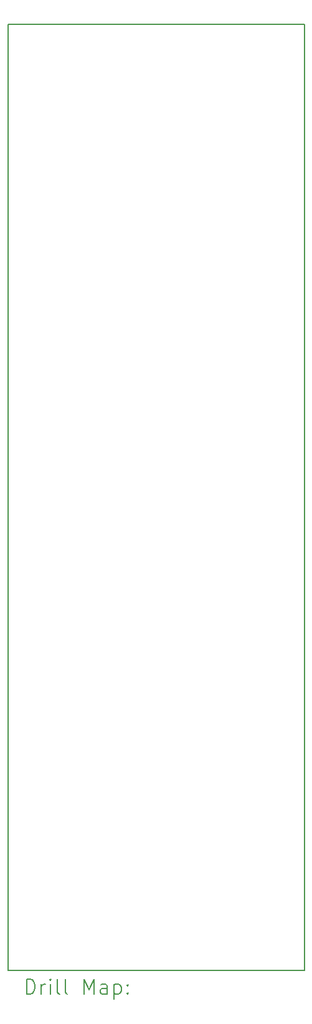
<source format=gbr>
%TF.GenerationSoftware,KiCad,Pcbnew,8.0.6*%
%TF.CreationDate,2024-11-05T14:35:55+11:00*%
%TF.ProjectId,Blank_3U8HP,426c616e-6b5f-4335-9538-48502e6b6963,rev?*%
%TF.SameCoordinates,Original*%
%TF.FileFunction,Drillmap*%
%TF.FilePolarity,Positive*%
%FSLAX45Y45*%
G04 Gerber Fmt 4.5, Leading zero omitted, Abs format (unit mm)*
G04 Created by KiCad (PCBNEW 8.0.6) date 2024-11-05 14:35:55*
%MOMM*%
%LPD*%
G01*
G04 APERTURE LIST*
%ADD10C,0.150000*%
%ADD11C,0.200000*%
G04 APERTURE END LIST*
D10*
X0Y-242500D02*
X4030000Y-242500D01*
X4030000Y-13092500D01*
X0Y-13092500D01*
X0Y-242500D01*
D11*
X253277Y-13411484D02*
X253277Y-13211484D01*
X253277Y-13211484D02*
X300896Y-13211484D01*
X300896Y-13211484D02*
X329467Y-13221008D01*
X329467Y-13221008D02*
X348515Y-13240055D01*
X348515Y-13240055D02*
X358039Y-13259103D01*
X358039Y-13259103D02*
X367562Y-13297198D01*
X367562Y-13297198D02*
X367562Y-13325769D01*
X367562Y-13325769D02*
X358039Y-13363865D01*
X358039Y-13363865D02*
X348515Y-13382912D01*
X348515Y-13382912D02*
X329467Y-13401960D01*
X329467Y-13401960D02*
X300896Y-13411484D01*
X300896Y-13411484D02*
X253277Y-13411484D01*
X453277Y-13411484D02*
X453277Y-13278150D01*
X453277Y-13316246D02*
X462801Y-13297198D01*
X462801Y-13297198D02*
X472324Y-13287674D01*
X472324Y-13287674D02*
X491372Y-13278150D01*
X491372Y-13278150D02*
X510420Y-13278150D01*
X577086Y-13411484D02*
X577086Y-13278150D01*
X577086Y-13211484D02*
X567563Y-13221008D01*
X567563Y-13221008D02*
X577086Y-13230531D01*
X577086Y-13230531D02*
X586610Y-13221008D01*
X586610Y-13221008D02*
X577086Y-13211484D01*
X577086Y-13211484D02*
X577086Y-13230531D01*
X700896Y-13411484D02*
X681848Y-13401960D01*
X681848Y-13401960D02*
X672324Y-13382912D01*
X672324Y-13382912D02*
X672324Y-13211484D01*
X805658Y-13411484D02*
X786610Y-13401960D01*
X786610Y-13401960D02*
X777086Y-13382912D01*
X777086Y-13382912D02*
X777086Y-13211484D01*
X1034229Y-13411484D02*
X1034229Y-13211484D01*
X1034229Y-13211484D02*
X1100896Y-13354341D01*
X1100896Y-13354341D02*
X1167563Y-13211484D01*
X1167563Y-13211484D02*
X1167563Y-13411484D01*
X1348515Y-13411484D02*
X1348515Y-13306722D01*
X1348515Y-13306722D02*
X1338991Y-13287674D01*
X1338991Y-13287674D02*
X1319944Y-13278150D01*
X1319944Y-13278150D02*
X1281848Y-13278150D01*
X1281848Y-13278150D02*
X1262801Y-13287674D01*
X1348515Y-13401960D02*
X1329467Y-13411484D01*
X1329467Y-13411484D02*
X1281848Y-13411484D01*
X1281848Y-13411484D02*
X1262801Y-13401960D01*
X1262801Y-13401960D02*
X1253277Y-13382912D01*
X1253277Y-13382912D02*
X1253277Y-13363865D01*
X1253277Y-13363865D02*
X1262801Y-13344817D01*
X1262801Y-13344817D02*
X1281848Y-13335293D01*
X1281848Y-13335293D02*
X1329467Y-13335293D01*
X1329467Y-13335293D02*
X1348515Y-13325769D01*
X1443753Y-13278150D02*
X1443753Y-13478150D01*
X1443753Y-13287674D02*
X1462801Y-13278150D01*
X1462801Y-13278150D02*
X1500896Y-13278150D01*
X1500896Y-13278150D02*
X1519943Y-13287674D01*
X1519943Y-13287674D02*
X1529467Y-13297198D01*
X1529467Y-13297198D02*
X1538991Y-13316246D01*
X1538991Y-13316246D02*
X1538991Y-13373388D01*
X1538991Y-13373388D02*
X1529467Y-13392436D01*
X1529467Y-13392436D02*
X1519943Y-13401960D01*
X1519943Y-13401960D02*
X1500896Y-13411484D01*
X1500896Y-13411484D02*
X1462801Y-13411484D01*
X1462801Y-13411484D02*
X1443753Y-13401960D01*
X1624705Y-13392436D02*
X1634229Y-13401960D01*
X1634229Y-13401960D02*
X1624705Y-13411484D01*
X1624705Y-13411484D02*
X1615182Y-13401960D01*
X1615182Y-13401960D02*
X1624705Y-13392436D01*
X1624705Y-13392436D02*
X1624705Y-13411484D01*
X1624705Y-13287674D02*
X1634229Y-13297198D01*
X1634229Y-13297198D02*
X1624705Y-13306722D01*
X1624705Y-13306722D02*
X1615182Y-13297198D01*
X1615182Y-13297198D02*
X1624705Y-13287674D01*
X1624705Y-13287674D02*
X1624705Y-13306722D01*
M02*

</source>
